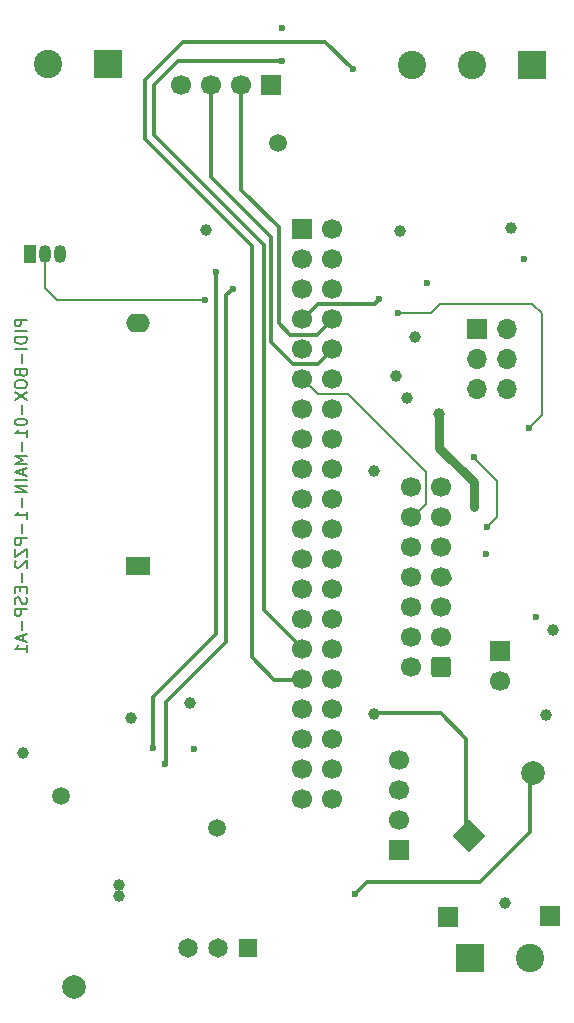
<source format=gbr>
%TF.GenerationSoftware,KiCad,Pcbnew,9.0.6*%
%TF.CreationDate,2025-12-26T20:19:53+00:00*%
%TF.ProjectId,PIDI-BOX-01-MAIN-1-PZ2_ESP-A1,50494449-2d42-44f5-982d-30312d4d4149,01*%
%TF.SameCoordinates,Original*%
%TF.FileFunction,Copper,L4,Bot*%
%TF.FilePolarity,Positive*%
%FSLAX46Y46*%
G04 Gerber Fmt 4.6, Leading zero omitted, Abs format (unit mm)*
G04 Created by KiCad (PCBNEW 9.0.6) date 2025-12-26 20:19:53*
%MOMM*%
%LPD*%
G01*
G04 APERTURE LIST*
G04 Aperture macros list*
%AMRoundRect*
0 Rectangle with rounded corners*
0 $1 Rounding radius*
0 $2 $3 $4 $5 $6 $7 $8 $9 X,Y pos of 4 corners*
0 Add a 4 corners polygon primitive as box body*
4,1,4,$2,$3,$4,$5,$6,$7,$8,$9,$2,$3,0*
0 Add four circle primitives for the rounded corners*
1,1,$1+$1,$2,$3*
1,1,$1+$1,$4,$5*
1,1,$1+$1,$6,$7*
1,1,$1+$1,$8,$9*
0 Add four rect primitives between the rounded corners*
20,1,$1+$1,$2,$3,$4,$5,0*
20,1,$1+$1,$4,$5,$6,$7,0*
20,1,$1+$1,$6,$7,$8,$9,0*
20,1,$1+$1,$8,$9,$2,$3,0*%
%AMRotRect*
0 Rectangle, with rotation*
0 The origin of the aperture is its center*
0 $1 length*
0 $2 width*
0 $3 Rotation angle, in degrees counterclockwise*
0 Add horizontal line*
21,1,$1,$2,0,0,$3*%
G04 Aperture macros list end*
%ADD10C,0.200000*%
%TA.AperFunction,NonConductor*%
%ADD11C,0.200000*%
%TD*%
%TA.AperFunction,ComponentPad*%
%ADD12R,2.400000X2.400000*%
%TD*%
%TA.AperFunction,ComponentPad*%
%ADD13C,2.400000*%
%TD*%
%TA.AperFunction,ComponentPad*%
%ADD14R,1.700000X1.700000*%
%TD*%
%TA.AperFunction,ComponentPad*%
%ADD15C,1.700000*%
%TD*%
%TA.AperFunction,ComponentPad*%
%ADD16O,1.700000X1.700000*%
%TD*%
%TA.AperFunction,ComponentPad*%
%ADD17R,1.650000X1.650000*%
%TD*%
%TA.AperFunction,ComponentPad*%
%ADD18C,1.650000*%
%TD*%
%TA.AperFunction,ComponentPad*%
%ADD19RotRect,2.000000X2.000000X45.000000*%
%TD*%
%TA.AperFunction,ComponentPad*%
%ADD20C,2.000000*%
%TD*%
%TA.AperFunction,ComponentPad*%
%ADD21RoundRect,0.250000X0.600000X0.600000X-0.600000X0.600000X-0.600000X-0.600000X0.600000X-0.600000X0*%
%TD*%
%TA.AperFunction,ComponentPad*%
%ADD22R,2.000000X1.600000*%
%TD*%
%TA.AperFunction,ComponentPad*%
%ADD23O,2.000000X1.600000*%
%TD*%
%TA.AperFunction,ComponentPad*%
%ADD24R,1.050000X1.500000*%
%TD*%
%TA.AperFunction,ComponentPad*%
%ADD25O,1.050000X1.500000*%
%TD*%
%TA.AperFunction,ViaPad*%
%ADD26C,1.000000*%
%TD*%
%TA.AperFunction,ViaPad*%
%ADD27C,0.600000*%
%TD*%
%TA.AperFunction,ViaPad*%
%ADD28C,2.000000*%
%TD*%
%TA.AperFunction,ViaPad*%
%ADD29C,1.500000*%
%TD*%
%TA.AperFunction,Conductor*%
%ADD30C,0.300000*%
%TD*%
%TA.AperFunction,Conductor*%
%ADD31C,0.200000*%
%TD*%
%TA.AperFunction,Conductor*%
%ADD32C,0.800000*%
%TD*%
G04 APERTURE END LIST*
D10*
D11*
X42816819Y-86769691D02*
X41816819Y-86769691D01*
X41816819Y-86769691D02*
X41816819Y-87150643D01*
X41816819Y-87150643D02*
X41864438Y-87245881D01*
X41864438Y-87245881D02*
X41912057Y-87293500D01*
X41912057Y-87293500D02*
X42007295Y-87341119D01*
X42007295Y-87341119D02*
X42150152Y-87341119D01*
X42150152Y-87341119D02*
X42245390Y-87293500D01*
X42245390Y-87293500D02*
X42293009Y-87245881D01*
X42293009Y-87245881D02*
X42340628Y-87150643D01*
X42340628Y-87150643D02*
X42340628Y-86769691D01*
X42816819Y-87769691D02*
X41816819Y-87769691D01*
X42816819Y-88245881D02*
X41816819Y-88245881D01*
X41816819Y-88245881D02*
X41816819Y-88483976D01*
X41816819Y-88483976D02*
X41864438Y-88626833D01*
X41864438Y-88626833D02*
X41959676Y-88722071D01*
X41959676Y-88722071D02*
X42054914Y-88769690D01*
X42054914Y-88769690D02*
X42245390Y-88817309D01*
X42245390Y-88817309D02*
X42388247Y-88817309D01*
X42388247Y-88817309D02*
X42578723Y-88769690D01*
X42578723Y-88769690D02*
X42673961Y-88722071D01*
X42673961Y-88722071D02*
X42769200Y-88626833D01*
X42769200Y-88626833D02*
X42816819Y-88483976D01*
X42816819Y-88483976D02*
X42816819Y-88245881D01*
X42816819Y-89245881D02*
X41816819Y-89245881D01*
X42435866Y-89722071D02*
X42435866Y-90483976D01*
X42293009Y-91293499D02*
X42340628Y-91436356D01*
X42340628Y-91436356D02*
X42388247Y-91483975D01*
X42388247Y-91483975D02*
X42483485Y-91531594D01*
X42483485Y-91531594D02*
X42626342Y-91531594D01*
X42626342Y-91531594D02*
X42721580Y-91483975D01*
X42721580Y-91483975D02*
X42769200Y-91436356D01*
X42769200Y-91436356D02*
X42816819Y-91341118D01*
X42816819Y-91341118D02*
X42816819Y-90960166D01*
X42816819Y-90960166D02*
X41816819Y-90960166D01*
X41816819Y-90960166D02*
X41816819Y-91293499D01*
X41816819Y-91293499D02*
X41864438Y-91388737D01*
X41864438Y-91388737D02*
X41912057Y-91436356D01*
X41912057Y-91436356D02*
X42007295Y-91483975D01*
X42007295Y-91483975D02*
X42102533Y-91483975D01*
X42102533Y-91483975D02*
X42197771Y-91436356D01*
X42197771Y-91436356D02*
X42245390Y-91388737D01*
X42245390Y-91388737D02*
X42293009Y-91293499D01*
X42293009Y-91293499D02*
X42293009Y-90960166D01*
X41816819Y-92150642D02*
X41816819Y-92341118D01*
X41816819Y-92341118D02*
X41864438Y-92436356D01*
X41864438Y-92436356D02*
X41959676Y-92531594D01*
X41959676Y-92531594D02*
X42150152Y-92579213D01*
X42150152Y-92579213D02*
X42483485Y-92579213D01*
X42483485Y-92579213D02*
X42673961Y-92531594D01*
X42673961Y-92531594D02*
X42769200Y-92436356D01*
X42769200Y-92436356D02*
X42816819Y-92341118D01*
X42816819Y-92341118D02*
X42816819Y-92150642D01*
X42816819Y-92150642D02*
X42769200Y-92055404D01*
X42769200Y-92055404D02*
X42673961Y-91960166D01*
X42673961Y-91960166D02*
X42483485Y-91912547D01*
X42483485Y-91912547D02*
X42150152Y-91912547D01*
X42150152Y-91912547D02*
X41959676Y-91960166D01*
X41959676Y-91960166D02*
X41864438Y-92055404D01*
X41864438Y-92055404D02*
X41816819Y-92150642D01*
X41816819Y-92912547D02*
X42816819Y-93579213D01*
X41816819Y-93579213D02*
X42816819Y-92912547D01*
X42435866Y-93960166D02*
X42435866Y-94722071D01*
X41816819Y-95388737D02*
X41816819Y-95483975D01*
X41816819Y-95483975D02*
X41864438Y-95579213D01*
X41864438Y-95579213D02*
X41912057Y-95626832D01*
X41912057Y-95626832D02*
X42007295Y-95674451D01*
X42007295Y-95674451D02*
X42197771Y-95722070D01*
X42197771Y-95722070D02*
X42435866Y-95722070D01*
X42435866Y-95722070D02*
X42626342Y-95674451D01*
X42626342Y-95674451D02*
X42721580Y-95626832D01*
X42721580Y-95626832D02*
X42769200Y-95579213D01*
X42769200Y-95579213D02*
X42816819Y-95483975D01*
X42816819Y-95483975D02*
X42816819Y-95388737D01*
X42816819Y-95388737D02*
X42769200Y-95293499D01*
X42769200Y-95293499D02*
X42721580Y-95245880D01*
X42721580Y-95245880D02*
X42626342Y-95198261D01*
X42626342Y-95198261D02*
X42435866Y-95150642D01*
X42435866Y-95150642D02*
X42197771Y-95150642D01*
X42197771Y-95150642D02*
X42007295Y-95198261D01*
X42007295Y-95198261D02*
X41912057Y-95245880D01*
X41912057Y-95245880D02*
X41864438Y-95293499D01*
X41864438Y-95293499D02*
X41816819Y-95388737D01*
X42816819Y-96674451D02*
X42816819Y-96103023D01*
X42816819Y-96388737D02*
X41816819Y-96388737D01*
X41816819Y-96388737D02*
X41959676Y-96293499D01*
X41959676Y-96293499D02*
X42054914Y-96198261D01*
X42054914Y-96198261D02*
X42102533Y-96103023D01*
X42435866Y-97103023D02*
X42435866Y-97864928D01*
X42816819Y-98341118D02*
X41816819Y-98341118D01*
X41816819Y-98341118D02*
X42531104Y-98674451D01*
X42531104Y-98674451D02*
X41816819Y-99007784D01*
X41816819Y-99007784D02*
X42816819Y-99007784D01*
X42531104Y-99436356D02*
X42531104Y-99912546D01*
X42816819Y-99341118D02*
X41816819Y-99674451D01*
X41816819Y-99674451D02*
X42816819Y-100007784D01*
X42816819Y-100341118D02*
X41816819Y-100341118D01*
X42816819Y-100817308D02*
X41816819Y-100817308D01*
X41816819Y-100817308D02*
X42816819Y-101388736D01*
X42816819Y-101388736D02*
X41816819Y-101388736D01*
X42435866Y-101864927D02*
X42435866Y-102626832D01*
X42816819Y-103626831D02*
X42816819Y-103055403D01*
X42816819Y-103341117D02*
X41816819Y-103341117D01*
X41816819Y-103341117D02*
X41959676Y-103245879D01*
X41959676Y-103245879D02*
X42054914Y-103150641D01*
X42054914Y-103150641D02*
X42102533Y-103055403D01*
X42435866Y-104055403D02*
X42435866Y-104817308D01*
X42816819Y-105293498D02*
X41816819Y-105293498D01*
X41816819Y-105293498D02*
X41816819Y-105674450D01*
X41816819Y-105674450D02*
X41864438Y-105769688D01*
X41864438Y-105769688D02*
X41912057Y-105817307D01*
X41912057Y-105817307D02*
X42007295Y-105864926D01*
X42007295Y-105864926D02*
X42150152Y-105864926D01*
X42150152Y-105864926D02*
X42245390Y-105817307D01*
X42245390Y-105817307D02*
X42293009Y-105769688D01*
X42293009Y-105769688D02*
X42340628Y-105674450D01*
X42340628Y-105674450D02*
X42340628Y-105293498D01*
X41816819Y-106198260D02*
X41816819Y-106864926D01*
X41816819Y-106864926D02*
X42816819Y-106198260D01*
X42816819Y-106198260D02*
X42816819Y-106864926D01*
X41912057Y-107198260D02*
X41864438Y-107245879D01*
X41864438Y-107245879D02*
X41816819Y-107341117D01*
X41816819Y-107341117D02*
X41816819Y-107579212D01*
X41816819Y-107579212D02*
X41864438Y-107674450D01*
X41864438Y-107674450D02*
X41912057Y-107722069D01*
X41912057Y-107722069D02*
X42007295Y-107769688D01*
X42007295Y-107769688D02*
X42102533Y-107769688D01*
X42102533Y-107769688D02*
X42245390Y-107722069D01*
X42245390Y-107722069D02*
X42816819Y-107150641D01*
X42816819Y-107150641D02*
X42816819Y-107769688D01*
X42435866Y-108198260D02*
X42435866Y-108960165D01*
X42293009Y-109436355D02*
X42293009Y-109769688D01*
X42816819Y-109912545D02*
X42816819Y-109436355D01*
X42816819Y-109436355D02*
X41816819Y-109436355D01*
X41816819Y-109436355D02*
X41816819Y-109912545D01*
X42769200Y-110293498D02*
X42816819Y-110436355D01*
X42816819Y-110436355D02*
X42816819Y-110674450D01*
X42816819Y-110674450D02*
X42769200Y-110769688D01*
X42769200Y-110769688D02*
X42721580Y-110817307D01*
X42721580Y-110817307D02*
X42626342Y-110864926D01*
X42626342Y-110864926D02*
X42531104Y-110864926D01*
X42531104Y-110864926D02*
X42435866Y-110817307D01*
X42435866Y-110817307D02*
X42388247Y-110769688D01*
X42388247Y-110769688D02*
X42340628Y-110674450D01*
X42340628Y-110674450D02*
X42293009Y-110483974D01*
X42293009Y-110483974D02*
X42245390Y-110388736D01*
X42245390Y-110388736D02*
X42197771Y-110341117D01*
X42197771Y-110341117D02*
X42102533Y-110293498D01*
X42102533Y-110293498D02*
X42007295Y-110293498D01*
X42007295Y-110293498D02*
X41912057Y-110341117D01*
X41912057Y-110341117D02*
X41864438Y-110388736D01*
X41864438Y-110388736D02*
X41816819Y-110483974D01*
X41816819Y-110483974D02*
X41816819Y-110722069D01*
X41816819Y-110722069D02*
X41864438Y-110864926D01*
X42816819Y-111293498D02*
X41816819Y-111293498D01*
X41816819Y-111293498D02*
X41816819Y-111674450D01*
X41816819Y-111674450D02*
X41864438Y-111769688D01*
X41864438Y-111769688D02*
X41912057Y-111817307D01*
X41912057Y-111817307D02*
X42007295Y-111864926D01*
X42007295Y-111864926D02*
X42150152Y-111864926D01*
X42150152Y-111864926D02*
X42245390Y-111817307D01*
X42245390Y-111817307D02*
X42293009Y-111769688D01*
X42293009Y-111769688D02*
X42340628Y-111674450D01*
X42340628Y-111674450D02*
X42340628Y-111293498D01*
X42435866Y-112293498D02*
X42435866Y-113055403D01*
X42531104Y-113483974D02*
X42531104Y-113960164D01*
X42816819Y-113388736D02*
X41816819Y-113722069D01*
X41816819Y-113722069D02*
X42816819Y-114055402D01*
X42816819Y-114912545D02*
X42816819Y-114341117D01*
X42816819Y-114626831D02*
X41816819Y-114626831D01*
X41816819Y-114626831D02*
X41959676Y-114531593D01*
X41959676Y-114531593D02*
X42054914Y-114436355D01*
X42054914Y-114436355D02*
X42102533Y-114341117D01*
D12*
%TO.P,J1,1,1*%
%TO.N,Net-(J1-Pad1)*%
X49729600Y-65159600D03*
D13*
%TO.P,J1,2,2*%
%TO.N,Net-(J1-Pad2)*%
X44649600Y-65159600D03*
%TD*%
D14*
%TO.P,J13,1,Pin_1*%
%TO.N,+3.3V*%
X74342200Y-131716000D03*
D15*
%TO.P,J13,2,Pin_2*%
%TO.N,GND*%
X74342200Y-129176000D03*
%TO.P,J13,3,Pin_3*%
%TO.N,SCL*%
X74342200Y-126636000D03*
%TO.P,J13,4,Pin_4*%
%TO.N,SDA*%
X74342200Y-124096000D03*
%TD*%
D14*
%TO.P,J9,1,Pin_1*%
%TO.N,Net-(J9-Pin_1)*%
X80930200Y-87523400D03*
D16*
%TO.P,J9,2,Pin_2*%
%TO.N,Net-(J9-Pin_2)*%
X83470200Y-87523400D03*
%TO.P,J9,3,Pin_3*%
%TO.N,GND*%
X80930200Y-90063400D03*
%TO.P,J9,4,Pin_4*%
%TO.N,Net-(J9-Pin_4)*%
X83470200Y-90063400D03*
%TO.P,J9,5,Pin_5*%
%TO.N,GND*%
X80930200Y-92603400D03*
%TO.P,J9,6,Pin_6*%
%TO.N,Net-(J9-Pin_6)*%
X83470200Y-92603400D03*
%TD*%
D17*
%TO.P,U3,1,+VIN*%
%TO.N,Net-(U3-+VIN)*%
X61525600Y-139950000D03*
D18*
%TO.P,U3,2,GND*%
%TO.N,GND*%
X58985600Y-139950000D03*
%TO.P,U3,3,+VOUT*%
%TO.N,+5V*%
X56445600Y-139950000D03*
%TD*%
D19*
%TO.P,BZ1,1,+*%
%TO.N,+5V*%
X80302194Y-130516806D03*
D20*
%TO.P,BZ1,2,-*%
%TO.N,Net-(BZ1--)*%
X85676206Y-125142794D03*
%TD*%
D14*
%TO.P,J5,1,Pin_1*%
%TO.N,GND*%
X63520000Y-66900000D03*
D15*
%TO.P,J5,2,Pin_2*%
%TO.N,Net-(J3-TXD0_GPIO14)*%
X60980000Y-66900000D03*
%TO.P,J5,3,Pin_3*%
%TO.N,Net-(J3-RXD0_GPIO15)*%
X58440000Y-66900000D03*
%TO.P,J5,4,Pin_4*%
%TO.N,+3.3V*%
X55900000Y-66900000D03*
%TD*%
D21*
%TO.P,J11,1,Pin_1*%
%TO.N,GND*%
X77934600Y-116222000D03*
D15*
%TO.P,J11,2,Pin_2*%
X75394600Y-116222000D03*
%TO.P,J11,3,Pin_3*%
%TO.N,/G20LE3*%
X77934600Y-113682000D03*
%TO.P,J11,4,Pin_4*%
%TO.N,Net-(J11-Pin_4)*%
X75394600Y-113682000D03*
%TO.P,J11,5,Pin_5*%
%TO.N,/G21LE7*%
X77934600Y-111142000D03*
%TO.P,J11,6,Pin_6*%
%TO.N,Net-(J11-Pin_6)*%
X75394600Y-111142000D03*
%TO.P,J11,7,Pin_7*%
%TO.N,SDA*%
X77934600Y-108602000D03*
%TO.P,J11,8,Pin_8*%
%TO.N,Net-(J11-Pin_8)*%
X75394600Y-108602000D03*
%TO.P,J11,9,Pin_9*%
%TO.N,SCL*%
X77934600Y-106062000D03*
%TO.P,J11,10,Pin_10*%
%TO.N,+3.3V*%
X75394600Y-106062000D03*
%TO.P,J11,11,Pin_11*%
%TO.N,G9LE4*%
X77934600Y-103522000D03*
%TO.P,J11,12,Pin_12*%
%TO.N,G17LE1*%
X75394600Y-103522000D03*
%TO.P,J11,13,Pin_13*%
%TO.N,G10LE2*%
X77934600Y-100982000D03*
%TO.P,J11,14,Pin_14*%
%TO.N,+5V*%
X75394600Y-100982000D03*
%TD*%
D14*
%TO.P,J3,1,3V3_1*%
%TO.N,Net-(J3-3V3_1)*%
X66149600Y-79089600D03*
D15*
%TO.P,J3,2,5V_1*%
%TO.N,+5V*%
X68689600Y-79089600D03*
%TO.P,J3,3,GPIO2_SDA*%
%TO.N,SDA*%
X66149600Y-81629600D03*
%TO.P,J3,4,5V_2*%
%TO.N,+5V*%
X68689600Y-81629600D03*
%TO.P,J3,5,GPIO3_SCL*%
%TO.N,SCL*%
X66149600Y-84169600D03*
%TO.P,J3,6,GND_8*%
%TO.N,unconnected-(J3-GND_8-Pad6)*%
X68689600Y-84169600D03*
%TO.P,J3,7,GPIO4_GPCKL0*%
%TO.N,1_WIRE_io4*%
X66149600Y-86709600D03*
%TO.P,J3,8,TXD0_GPIO14*%
%TO.N,Net-(J3-TXD0_GPIO14)*%
X68689600Y-86709600D03*
%TO.P,J3,9,GND_1*%
%TO.N,GND*%
X66149600Y-89249600D03*
%TO.P,J3,10,RXD0_GPIO15*%
%TO.N,Net-(J3-RXD0_GPIO15)*%
X68689600Y-89249600D03*
%TO.P,J3,11,GPIO17_GEN0*%
%TO.N,G17LE1*%
X66149600Y-91789600D03*
%TO.P,J3,12,GPIO18*%
%TO.N,unconnected-(J3-GPIO18-Pad12)*%
X68689600Y-91789600D03*
%TO.P,J3,13,GPIO27_GEN2*%
%TO.N,unconnected-(J3-GPIO27_GEN2-Pad13)*%
X66149600Y-94329600D03*
%TO.P,J3,14,GND_4*%
%TO.N,GND*%
X68689600Y-94329600D03*
%TO.P,J3,15,GPIO22_GEN3*%
%TO.N,unconnected-(J3-GPIO22_GEN3-Pad15)*%
X66149600Y-96869600D03*
%TO.P,J3,16,GEN4_GPIO23*%
%TO.N,unconnected-(J3-GEN4_GPIO23-Pad16)*%
X68689600Y-96869600D03*
%TO.P,J3,17,3V3_2*%
%TO.N,unconnected-(J3-3V3_2-Pad17)*%
X66149600Y-99409600D03*
%TO.P,J3,18,GEN5_GPIO24*%
%TO.N,I2C_SIG1*%
X68689600Y-99409600D03*
%TO.P,J3,19,GPIO10_MOSI*%
%TO.N,G10LE2*%
X66149600Y-101949600D03*
%TO.P,J3,20,GND_5*%
%TO.N,GND*%
X68689600Y-101949600D03*
%TO.P,J3,21,GPIO9_MISO*%
%TO.N,G9LE4*%
X66149600Y-104489600D03*
%TO.P,J3,22,GEN_6GPIO25*%
%TO.N,/BUT2*%
X68689600Y-104489600D03*
%TO.P,J3,23,GPIO11_SCLK*%
%TO.N,unconnected-(J3-GPIO11_SCLK-Pad23)*%
X66149600Y-107029600D03*
%TO.P,J3,24,~{CE0}_GPIO8*%
%TO.N,/BUT1*%
X68689600Y-107029600D03*
%TO.P,J3,25,GND_2*%
%TO.N,GND*%
X66149600Y-109569600D03*
%TO.P,J3,26,~{CE1}_GPIO7*%
%TO.N,unconnected-(J3-~{CE1}_GPIO7-Pad26)*%
X68689600Y-109569600D03*
%TO.P,J3,27,ID_SD*%
%TO.N,unconnected-(J3-ID_SD-Pad27)*%
X66149600Y-112109600D03*
%TO.P,J3,28,ID_SC*%
%TO.N,unconnected-(J3-ID_SC-Pad28)*%
X68689600Y-112109600D03*
%TO.P,J3,29,GPIO5*%
%TO.N,Net-(J3-GPIO5)*%
X66149600Y-114649600D03*
%TO.P,J3,30,GND_6*%
%TO.N,unconnected-(J3-GND_6-Pad30)*%
X68689600Y-114649600D03*
%TO.P,J3,31,GPIO6*%
%TO.N,Net-(J3-GPIO6)*%
X66149600Y-117189600D03*
%TO.P,J3,32,GPIO12*%
%TO.N,unconnected-(J3-GPIO12-Pad32)*%
X68689600Y-117189600D03*
%TO.P,J3,33,GPIO13*%
%TO.N,PWM*%
X66149600Y-119729600D03*
%TO.P,J3,34,GND_7*%
%TO.N,GND*%
X68689600Y-119729600D03*
%TO.P,J3,35,GPIO19*%
%TO.N,EN_I2C*%
X66149600Y-122269600D03*
%TO.P,J3,36,GPIO16*%
%TO.N,/BUT3*%
X68689600Y-122269600D03*
%TO.P,J3,37,GPIO26*%
%TO.N,OPTO_IN*%
X66149600Y-124809600D03*
%TO.P,J3,38,GPIO20*%
%TO.N,/G20LE3*%
X68689600Y-124809600D03*
%TO.P,J3,39,GND_3*%
%TO.N,GND*%
X66149600Y-127349600D03*
%TO.P,J3,40,GPIO21*%
%TO.N,/G21LE7*%
X68689600Y-127349600D03*
%TD*%
D14*
%TO.P,J12,1,Pin_1*%
%TO.N,Net-(BZ1--)*%
X82862200Y-114845400D03*
D15*
%TO.P,J12,2,Pin_2*%
%TO.N,Net-(J12-Pin_2)*%
X82862200Y-117385400D03*
%TD*%
D12*
%TO.P,J14,1,1*%
%TO.N,GND*%
X80332200Y-140823400D03*
D13*
%TO.P,J14,2,2*%
%TO.N,Net-(D1-A)*%
X85412200Y-140823400D03*
%TD*%
D14*
%TO.P,J4,1,Pin_1*%
%TO.N,Net-(D1-K)*%
X87135800Y-137266400D03*
%TD*%
%TO.P,J8,1,Pin_1*%
%TO.N,GND*%
X78525200Y-137368000D03*
%TD*%
D22*
%TO.P,REF\u002A\u002A,1*%
%TO.N,Net-(Bat1-+)*%
X52249878Y-107595000D03*
D23*
%TO.P,REF\u002A\u002A,2*%
%TO.N,GND*%
X52249878Y-87095000D03*
%TD*%
D24*
%TO.P,U4,1,GND*%
%TO.N,GND*%
X43085800Y-81246200D03*
D25*
%TO.P,U4,2,DQ*%
%TO.N,1_WIRE_io4*%
X44355800Y-81246200D03*
%TO.P,U4,3,V_{DD}*%
%TO.N,+3.3V*%
X45625800Y-81246200D03*
%TD*%
D12*
%TO.P,J2,1,1*%
%TO.N,GND*%
X85575400Y-65184800D03*
D13*
%TO.P,J2,2,2*%
%TO.N,/1-Wire DATA*%
X80495400Y-65184800D03*
%TO.P,J2,3,3*%
%TO.N,/1-Wire +5V*%
X75415400Y-65184800D03*
%TD*%
D26*
%TO.N,GND*%
X50661400Y-134599400D03*
X56624000Y-119270000D03*
X83827400Y-79049100D03*
X51692200Y-120493400D03*
D27*
X64447200Y-62094600D03*
D26*
X75724800Y-88231200D03*
X83300400Y-136174200D03*
D28*
X46849600Y-143259600D03*
D27*
X85910200Y-111980200D03*
D26*
X50650000Y-135602200D03*
X75013600Y-93429000D03*
X74454800Y-79265000D03*
D29*
%TO.N,+5V*%
X64091600Y-71848200D03*
D26*
X72192200Y-99585000D03*
X72192200Y-120184400D03*
X86824600Y-120209800D03*
%TO.N,+3.3V*%
X58009800Y-79200000D03*
D27*
X76718200Y-83633800D03*
X57005000Y-123105400D03*
X81744600Y-106646200D03*
D29*
X58892200Y-129849600D03*
D27*
X84958200Y-81652600D03*
D26*
X42492200Y-123443400D03*
X74113600Y-91529000D03*
D29*
X45742200Y-127143400D03*
D27*
%TO.N,1_WIRE_io4*%
X72651400Y-85056200D03*
X57919400Y-85107000D03*
%TO.N,Net-(U1-EN)*%
X85381600Y-95933200D03*
X74222700Y-86199200D03*
%TO.N,SCL*%
X60256200Y-84141800D03*
X54541200Y-124363400D03*
%TO.N,Net-(BZ1--)*%
X70650000Y-135400000D03*
%TO.N,SDA*%
X58808400Y-82719400D03*
X53488070Y-123018977D03*
D26*
%TO.N,Net-(J9-Pin_1)*%
X87383400Y-113047000D03*
D27*
%TO.N,Net-(C18-Pad1)*%
X80677800Y-98391200D03*
X81795400Y-104309400D03*
%TO.N,Net-(U1-VCC(A))*%
X80652400Y-102633000D03*
D26*
X77738600Y-94784400D03*
D27*
%TO.N,Net-(J3-GPIO6)*%
X70426600Y-65574400D03*
%TO.N,Net-(J3-GPIO5)*%
X64447200Y-64863200D03*
%TD*%
D30*
%TO.N,+5V*%
X77857000Y-120108200D02*
X79997394Y-122248594D01*
X79997394Y-122248594D02*
X79997394Y-130440606D01*
X72192200Y-120184400D02*
X72268400Y-120108200D01*
X72268400Y-120108200D02*
X77857000Y-120108200D01*
%TO.N,1_WIRE_io4*%
X67493800Y-85411800D02*
X66172200Y-86733400D01*
X72651400Y-85056200D02*
X72295800Y-85411800D01*
D31*
X44355800Y-84091000D02*
X45371800Y-85107000D01*
X45371800Y-85107000D02*
X57919400Y-85107000D01*
X44355800Y-81246200D02*
X44355800Y-84091000D01*
D30*
X72295800Y-85411800D02*
X67493800Y-85411800D01*
D31*
%TO.N,Net-(U1-EN)*%
X77858400Y-85386400D02*
X77909200Y-85437200D01*
X77045600Y-86199200D02*
X77858400Y-85386400D01*
X77909200Y-85437200D02*
X85630800Y-85437200D01*
X86443600Y-94871200D02*
X85381600Y-95933200D01*
X85630800Y-85437200D02*
X86443600Y-86250000D01*
X86443600Y-86250000D02*
X86443600Y-94871200D01*
X74222700Y-86199200D02*
X77045600Y-86199200D01*
D30*
%TO.N,SCL*%
X54541200Y-124363400D02*
X54598819Y-124305781D01*
X54598819Y-124305781D02*
X54598819Y-119161581D01*
X59697400Y-84700600D02*
X60256200Y-84141800D01*
X59697400Y-114063000D02*
X59697400Y-84700600D01*
X54598819Y-119161581D02*
X59697400Y-114063000D01*
D31*
%TO.N,G17LE1*%
X76613800Y-99686600D02*
X76613800Y-102404400D01*
X70009800Y-93082600D02*
X76613800Y-99686600D01*
X75394600Y-103623600D02*
X75142400Y-103623600D01*
X67441400Y-93082600D02*
X70009800Y-93082600D01*
X66172200Y-91813400D02*
X67441400Y-93082600D01*
X75142400Y-103623600D02*
X75102200Y-103583400D01*
X76613800Y-102404400D02*
X75394600Y-103623600D01*
D30*
%TO.N,Net-(BZ1--)*%
X71667000Y-134383000D02*
X81211200Y-134383000D01*
X85371406Y-125066594D02*
X85371406Y-125396006D01*
X81211200Y-134383000D02*
X85453000Y-130141200D01*
X70650000Y-135400000D02*
X71667000Y-134383000D01*
X85453000Y-125148188D02*
X85371406Y-125066594D01*
X85453000Y-130141200D02*
X85453000Y-125148188D01*
%TO.N,SDA*%
X58808400Y-113428000D02*
X58808400Y-82719400D01*
X53488070Y-123018977D02*
X53474400Y-123005307D01*
X53474400Y-123005307D02*
X53474400Y-118762000D01*
X53474400Y-118762000D02*
X58808400Y-113428000D01*
X78672200Y-108693400D02*
X78642200Y-108663400D01*
D31*
%TO.N,Net-(C18-Pad1)*%
X82608200Y-103496600D02*
X81795400Y-104309400D01*
X80677800Y-98391200D02*
X80677800Y-98492800D01*
X82608200Y-100423200D02*
X82608200Y-103496600D01*
X80677800Y-98492800D02*
X82608200Y-100423200D01*
D32*
%TO.N,Net-(U1-VCC(A))*%
X77756800Y-97603800D02*
X80652400Y-100499400D01*
X80652400Y-100499400D02*
X80652400Y-102633000D01*
X77738600Y-94784400D02*
X77756800Y-94802600D01*
X77756800Y-94802600D02*
X77756800Y-97603800D01*
D30*
%TO.N,Net-(J3-GPIO6)*%
X70426600Y-65574400D02*
X68115200Y-63263000D01*
X61907200Y-115358400D02*
X63792200Y-117243400D01*
X52864800Y-66463400D02*
X52864800Y-71514800D01*
X63792200Y-117243400D02*
X66092200Y-117243400D01*
X52864800Y-71514800D02*
X61907200Y-80557200D01*
X61907200Y-80557200D02*
X61907200Y-115358400D01*
X56065200Y-63263000D02*
X52864800Y-66463400D01*
X68115200Y-63263000D02*
X56065200Y-63263000D01*
%TO.N,Net-(J3-TXD0_GPIO14)*%
X68712200Y-86733400D02*
X67402200Y-88043400D01*
X64142200Y-87093400D02*
X64142200Y-78942200D01*
X67402200Y-88043400D02*
X65092200Y-88043400D01*
X65092200Y-88043400D02*
X64142200Y-87093400D01*
X60980000Y-75780000D02*
X60980000Y-67050000D01*
X64142200Y-78942200D02*
X60980000Y-75780000D01*
%TO.N,Net-(J3-RXD0_GPIO15)*%
X58402000Y-74702000D02*
X58402000Y-67088000D01*
X58402000Y-67038000D02*
X58440000Y-67000000D01*
X65342200Y-90543400D02*
X63492200Y-88693400D01*
X63492200Y-88693400D02*
X63492200Y-79792200D01*
X63492200Y-79792200D02*
X58402000Y-74702000D01*
X67442200Y-90543400D02*
X65342200Y-90543400D01*
X68712200Y-89273400D02*
X67442200Y-90543400D01*
%TO.N,Net-(J3-GPIO5)*%
X53601400Y-66920600D02*
X53601400Y-71151400D01*
X62872400Y-111373600D02*
X66172200Y-114673400D01*
X55658800Y-64863200D02*
X53601400Y-66920600D01*
X53601400Y-71151400D02*
X62872400Y-80422400D01*
X64447200Y-64863200D02*
X55658800Y-64863200D01*
X62872400Y-80422400D02*
X62872400Y-111373600D01*
%TD*%
M02*

</source>
